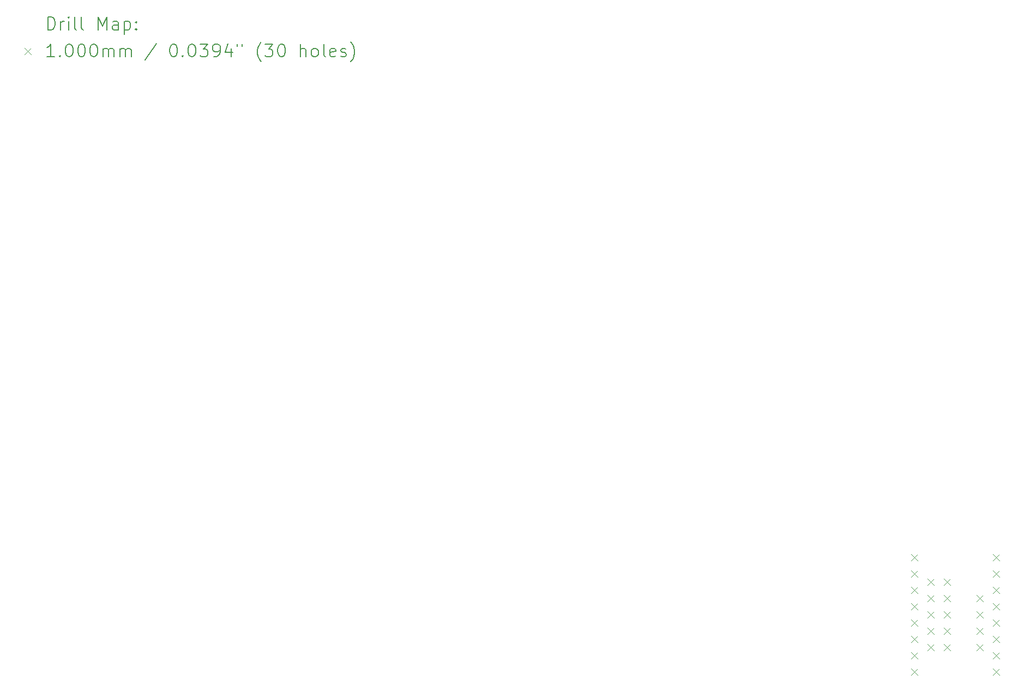
<source format=gbr>
%FSLAX45Y45*%
G04 Gerber Fmt 4.5, Leading zero omitted, Abs format (unit mm)*
G04 Created by KiCad (PCBNEW (6.0.2)) date 2025-01-10 20:48:14*
%MOMM*%
%LPD*%
G01*
G04 APERTURE LIST*
%ADD10C,0.200000*%
%ADD11C,0.100000*%
G04 APERTURE END LIST*
D10*
D11*
X13666000Y-8460500D02*
X13766000Y-8560500D01*
X13766000Y-8460500D02*
X13666000Y-8560500D01*
X13666000Y-8714500D02*
X13766000Y-8814500D01*
X13766000Y-8714500D02*
X13666000Y-8814500D01*
X13666000Y-8968500D02*
X13766000Y-9068500D01*
X13766000Y-8968500D02*
X13666000Y-9068500D01*
X13666000Y-9222500D02*
X13766000Y-9322500D01*
X13766000Y-9222500D02*
X13666000Y-9322500D01*
X13666000Y-9476500D02*
X13766000Y-9576500D01*
X13766000Y-9476500D02*
X13666000Y-9576500D01*
X13666000Y-9730500D02*
X13766000Y-9830500D01*
X13766000Y-9730500D02*
X13666000Y-9830500D01*
X13666000Y-9984500D02*
X13766000Y-10084500D01*
X13766000Y-9984500D02*
X13666000Y-10084500D01*
X13666000Y-10238500D02*
X13766000Y-10338500D01*
X13766000Y-10238500D02*
X13666000Y-10338500D01*
X13920000Y-8840000D02*
X14020000Y-8940000D01*
X14020000Y-8840000D02*
X13920000Y-8940000D01*
X13920000Y-9094000D02*
X14020000Y-9194000D01*
X14020000Y-9094000D02*
X13920000Y-9194000D01*
X13920000Y-9348000D02*
X14020000Y-9448000D01*
X14020000Y-9348000D02*
X13920000Y-9448000D01*
X13920000Y-9602000D02*
X14020000Y-9702000D01*
X14020000Y-9602000D02*
X13920000Y-9702000D01*
X13920000Y-9856000D02*
X14020000Y-9956000D01*
X14020000Y-9856000D02*
X13920000Y-9956000D01*
X14174000Y-8840000D02*
X14274000Y-8940000D01*
X14274000Y-8840000D02*
X14174000Y-8940000D01*
X14174000Y-9094000D02*
X14274000Y-9194000D01*
X14274000Y-9094000D02*
X14174000Y-9194000D01*
X14174000Y-9348000D02*
X14274000Y-9448000D01*
X14274000Y-9348000D02*
X14174000Y-9448000D01*
X14174000Y-9602000D02*
X14274000Y-9702000D01*
X14274000Y-9602000D02*
X14174000Y-9702000D01*
X14174000Y-9856000D02*
X14274000Y-9956000D01*
X14274000Y-9856000D02*
X14174000Y-9956000D01*
X14682000Y-9094000D02*
X14782000Y-9194000D01*
X14782000Y-9094000D02*
X14682000Y-9194000D01*
X14682000Y-9348000D02*
X14782000Y-9448000D01*
X14782000Y-9348000D02*
X14682000Y-9448000D01*
X14682000Y-9602000D02*
X14782000Y-9702000D01*
X14782000Y-9602000D02*
X14682000Y-9702000D01*
X14682000Y-9856000D02*
X14782000Y-9956000D01*
X14782000Y-9856000D02*
X14682000Y-9956000D01*
X14936000Y-8460500D02*
X15036000Y-8560500D01*
X15036000Y-8460500D02*
X14936000Y-8560500D01*
X14936000Y-8714500D02*
X15036000Y-8814500D01*
X15036000Y-8714500D02*
X14936000Y-8814500D01*
X14936000Y-8968500D02*
X15036000Y-9068500D01*
X15036000Y-8968500D02*
X14936000Y-9068500D01*
X14936000Y-9222500D02*
X15036000Y-9322500D01*
X15036000Y-9222500D02*
X14936000Y-9322500D01*
X14936000Y-9476500D02*
X15036000Y-9576500D01*
X15036000Y-9476500D02*
X14936000Y-9576500D01*
X14936000Y-9730500D02*
X15036000Y-9830500D01*
X15036000Y-9730500D02*
X14936000Y-9830500D01*
X14936000Y-9984500D02*
X15036000Y-10084500D01*
X15036000Y-9984500D02*
X14936000Y-10084500D01*
X14936000Y-10238500D02*
X15036000Y-10338500D01*
X15036000Y-10238500D02*
X14936000Y-10338500D01*
D10*
X257619Y-310476D02*
X257619Y-110476D01*
X305238Y-110476D01*
X333810Y-120000D01*
X352857Y-139048D01*
X362381Y-158095D01*
X371905Y-196190D01*
X371905Y-224762D01*
X362381Y-262857D01*
X352857Y-281905D01*
X333810Y-300952D01*
X305238Y-310476D01*
X257619Y-310476D01*
X457619Y-310476D02*
X457619Y-177143D01*
X457619Y-215238D02*
X467143Y-196190D01*
X476667Y-186667D01*
X495714Y-177143D01*
X514762Y-177143D01*
X581429Y-310476D02*
X581429Y-177143D01*
X581429Y-110476D02*
X571905Y-120000D01*
X581429Y-129524D01*
X590952Y-120000D01*
X581429Y-110476D01*
X581429Y-129524D01*
X705238Y-310476D02*
X686190Y-300952D01*
X676667Y-281905D01*
X676667Y-110476D01*
X810000Y-310476D02*
X790952Y-300952D01*
X781428Y-281905D01*
X781428Y-110476D01*
X1038571Y-310476D02*
X1038571Y-110476D01*
X1105238Y-253333D01*
X1171905Y-110476D01*
X1171905Y-310476D01*
X1352857Y-310476D02*
X1352857Y-205714D01*
X1343333Y-186667D01*
X1324286Y-177143D01*
X1286190Y-177143D01*
X1267143Y-186667D01*
X1352857Y-300952D02*
X1333810Y-310476D01*
X1286190Y-310476D01*
X1267143Y-300952D01*
X1257619Y-281905D01*
X1257619Y-262857D01*
X1267143Y-243809D01*
X1286190Y-234286D01*
X1333810Y-234286D01*
X1352857Y-224762D01*
X1448095Y-177143D02*
X1448095Y-377143D01*
X1448095Y-186667D02*
X1467143Y-177143D01*
X1505238Y-177143D01*
X1524286Y-186667D01*
X1533809Y-196190D01*
X1543333Y-215238D01*
X1543333Y-272381D01*
X1533809Y-291429D01*
X1524286Y-300952D01*
X1505238Y-310476D01*
X1467143Y-310476D01*
X1448095Y-300952D01*
X1629048Y-291429D02*
X1638571Y-300952D01*
X1629048Y-310476D01*
X1619524Y-300952D01*
X1629048Y-291429D01*
X1629048Y-310476D01*
X1629048Y-186667D02*
X1638571Y-196190D01*
X1629048Y-205714D01*
X1619524Y-196190D01*
X1629048Y-186667D01*
X1629048Y-205714D01*
D11*
X-100000Y-590000D02*
X0Y-690000D01*
X0Y-590000D02*
X-100000Y-690000D01*
D10*
X362381Y-730476D02*
X248095Y-730476D01*
X305238Y-730476D02*
X305238Y-530476D01*
X286190Y-559048D01*
X267143Y-578095D01*
X248095Y-587619D01*
X448095Y-711428D02*
X457619Y-720952D01*
X448095Y-730476D01*
X438571Y-720952D01*
X448095Y-711428D01*
X448095Y-730476D01*
X581429Y-530476D02*
X600476Y-530476D01*
X619524Y-540000D01*
X629048Y-549524D01*
X638571Y-568571D01*
X648095Y-606667D01*
X648095Y-654286D01*
X638571Y-692381D01*
X629048Y-711428D01*
X619524Y-720952D01*
X600476Y-730476D01*
X581429Y-730476D01*
X562381Y-720952D01*
X552857Y-711428D01*
X543333Y-692381D01*
X533810Y-654286D01*
X533810Y-606667D01*
X543333Y-568571D01*
X552857Y-549524D01*
X562381Y-540000D01*
X581429Y-530476D01*
X771905Y-530476D02*
X790952Y-530476D01*
X810000Y-540000D01*
X819524Y-549524D01*
X829048Y-568571D01*
X838571Y-606667D01*
X838571Y-654286D01*
X829048Y-692381D01*
X819524Y-711428D01*
X810000Y-720952D01*
X790952Y-730476D01*
X771905Y-730476D01*
X752857Y-720952D01*
X743333Y-711428D01*
X733809Y-692381D01*
X724286Y-654286D01*
X724286Y-606667D01*
X733809Y-568571D01*
X743333Y-549524D01*
X752857Y-540000D01*
X771905Y-530476D01*
X962381Y-530476D02*
X981428Y-530476D01*
X1000476Y-540000D01*
X1010000Y-549524D01*
X1019524Y-568571D01*
X1029048Y-606667D01*
X1029048Y-654286D01*
X1019524Y-692381D01*
X1010000Y-711428D01*
X1000476Y-720952D01*
X981428Y-730476D01*
X962381Y-730476D01*
X943333Y-720952D01*
X933809Y-711428D01*
X924286Y-692381D01*
X914762Y-654286D01*
X914762Y-606667D01*
X924286Y-568571D01*
X933809Y-549524D01*
X943333Y-540000D01*
X962381Y-530476D01*
X1114762Y-730476D02*
X1114762Y-597143D01*
X1114762Y-616190D02*
X1124286Y-606667D01*
X1143333Y-597143D01*
X1171905Y-597143D01*
X1190952Y-606667D01*
X1200476Y-625714D01*
X1200476Y-730476D01*
X1200476Y-625714D02*
X1210000Y-606667D01*
X1229048Y-597143D01*
X1257619Y-597143D01*
X1276667Y-606667D01*
X1286190Y-625714D01*
X1286190Y-730476D01*
X1381429Y-730476D02*
X1381429Y-597143D01*
X1381429Y-616190D02*
X1390952Y-606667D01*
X1410000Y-597143D01*
X1438571Y-597143D01*
X1457619Y-606667D01*
X1467143Y-625714D01*
X1467143Y-730476D01*
X1467143Y-625714D02*
X1476667Y-606667D01*
X1495714Y-597143D01*
X1524286Y-597143D01*
X1543333Y-606667D01*
X1552857Y-625714D01*
X1552857Y-730476D01*
X1943333Y-520952D02*
X1771905Y-778095D01*
X2200476Y-530476D02*
X2219524Y-530476D01*
X2238571Y-540000D01*
X2248095Y-549524D01*
X2257619Y-568571D01*
X2267143Y-606667D01*
X2267143Y-654286D01*
X2257619Y-692381D01*
X2248095Y-711428D01*
X2238571Y-720952D01*
X2219524Y-730476D01*
X2200476Y-730476D01*
X2181429Y-720952D01*
X2171905Y-711428D01*
X2162381Y-692381D01*
X2152857Y-654286D01*
X2152857Y-606667D01*
X2162381Y-568571D01*
X2171905Y-549524D01*
X2181429Y-540000D01*
X2200476Y-530476D01*
X2352857Y-711428D02*
X2362381Y-720952D01*
X2352857Y-730476D01*
X2343333Y-720952D01*
X2352857Y-711428D01*
X2352857Y-730476D01*
X2486190Y-530476D02*
X2505238Y-530476D01*
X2524286Y-540000D01*
X2533810Y-549524D01*
X2543333Y-568571D01*
X2552857Y-606667D01*
X2552857Y-654286D01*
X2543333Y-692381D01*
X2533810Y-711428D01*
X2524286Y-720952D01*
X2505238Y-730476D01*
X2486190Y-730476D01*
X2467143Y-720952D01*
X2457619Y-711428D01*
X2448095Y-692381D01*
X2438571Y-654286D01*
X2438571Y-606667D01*
X2448095Y-568571D01*
X2457619Y-549524D01*
X2467143Y-540000D01*
X2486190Y-530476D01*
X2619524Y-530476D02*
X2743333Y-530476D01*
X2676667Y-606667D01*
X2705238Y-606667D01*
X2724286Y-616190D01*
X2733810Y-625714D01*
X2743333Y-644762D01*
X2743333Y-692381D01*
X2733810Y-711428D01*
X2724286Y-720952D01*
X2705238Y-730476D01*
X2648095Y-730476D01*
X2629048Y-720952D01*
X2619524Y-711428D01*
X2838571Y-730476D02*
X2876667Y-730476D01*
X2895714Y-720952D01*
X2905238Y-711428D01*
X2924286Y-682857D01*
X2933809Y-644762D01*
X2933809Y-568571D01*
X2924286Y-549524D01*
X2914762Y-540000D01*
X2895714Y-530476D01*
X2857619Y-530476D01*
X2838571Y-540000D01*
X2829048Y-549524D01*
X2819524Y-568571D01*
X2819524Y-616190D01*
X2829048Y-635238D01*
X2838571Y-644762D01*
X2857619Y-654286D01*
X2895714Y-654286D01*
X2914762Y-644762D01*
X2924286Y-635238D01*
X2933809Y-616190D01*
X3105238Y-597143D02*
X3105238Y-730476D01*
X3057619Y-520952D02*
X3010000Y-663810D01*
X3133809Y-663810D01*
X3200476Y-530476D02*
X3200476Y-568571D01*
X3276667Y-530476D02*
X3276667Y-568571D01*
X3571905Y-806667D02*
X3562381Y-797143D01*
X3543333Y-768571D01*
X3533809Y-749524D01*
X3524286Y-720952D01*
X3514762Y-673333D01*
X3514762Y-635238D01*
X3524286Y-587619D01*
X3533809Y-559048D01*
X3543333Y-540000D01*
X3562381Y-511428D01*
X3571905Y-501905D01*
X3629048Y-530476D02*
X3752857Y-530476D01*
X3686190Y-606667D01*
X3714762Y-606667D01*
X3733809Y-616190D01*
X3743333Y-625714D01*
X3752857Y-644762D01*
X3752857Y-692381D01*
X3743333Y-711428D01*
X3733809Y-720952D01*
X3714762Y-730476D01*
X3657619Y-730476D01*
X3638571Y-720952D01*
X3629048Y-711428D01*
X3876667Y-530476D02*
X3895714Y-530476D01*
X3914762Y-540000D01*
X3924286Y-549524D01*
X3933809Y-568571D01*
X3943333Y-606667D01*
X3943333Y-654286D01*
X3933809Y-692381D01*
X3924286Y-711428D01*
X3914762Y-720952D01*
X3895714Y-730476D01*
X3876667Y-730476D01*
X3857619Y-720952D01*
X3848095Y-711428D01*
X3838571Y-692381D01*
X3829048Y-654286D01*
X3829048Y-606667D01*
X3838571Y-568571D01*
X3848095Y-549524D01*
X3857619Y-540000D01*
X3876667Y-530476D01*
X4181428Y-730476D02*
X4181428Y-530476D01*
X4267143Y-730476D02*
X4267143Y-625714D01*
X4257619Y-606667D01*
X4238571Y-597143D01*
X4210000Y-597143D01*
X4190952Y-606667D01*
X4181428Y-616190D01*
X4390952Y-730476D02*
X4371905Y-720952D01*
X4362381Y-711428D01*
X4352857Y-692381D01*
X4352857Y-635238D01*
X4362381Y-616190D01*
X4371905Y-606667D01*
X4390952Y-597143D01*
X4419524Y-597143D01*
X4438571Y-606667D01*
X4448095Y-616190D01*
X4457619Y-635238D01*
X4457619Y-692381D01*
X4448095Y-711428D01*
X4438571Y-720952D01*
X4419524Y-730476D01*
X4390952Y-730476D01*
X4571905Y-730476D02*
X4552857Y-720952D01*
X4543333Y-701905D01*
X4543333Y-530476D01*
X4724286Y-720952D02*
X4705238Y-730476D01*
X4667143Y-730476D01*
X4648095Y-720952D01*
X4638571Y-701905D01*
X4638571Y-625714D01*
X4648095Y-606667D01*
X4667143Y-597143D01*
X4705238Y-597143D01*
X4724286Y-606667D01*
X4733810Y-625714D01*
X4733810Y-644762D01*
X4638571Y-663810D01*
X4810000Y-720952D02*
X4829048Y-730476D01*
X4867143Y-730476D01*
X4886190Y-720952D01*
X4895714Y-701905D01*
X4895714Y-692381D01*
X4886190Y-673333D01*
X4867143Y-663810D01*
X4838571Y-663810D01*
X4819524Y-654286D01*
X4810000Y-635238D01*
X4810000Y-625714D01*
X4819524Y-606667D01*
X4838571Y-597143D01*
X4867143Y-597143D01*
X4886190Y-606667D01*
X4962381Y-806667D02*
X4971905Y-797143D01*
X4990952Y-768571D01*
X5000476Y-749524D01*
X5010000Y-720952D01*
X5019524Y-673333D01*
X5019524Y-635238D01*
X5010000Y-587619D01*
X5000476Y-559048D01*
X4990952Y-540000D01*
X4971905Y-511428D01*
X4962381Y-501905D01*
M02*

</source>
